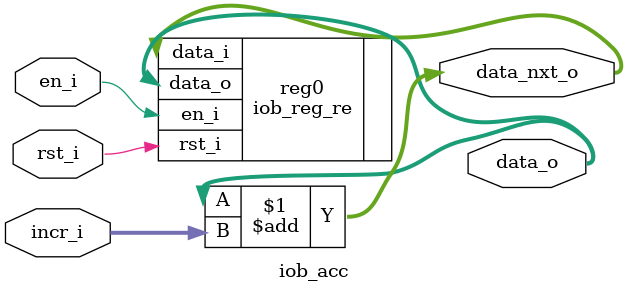
<source format=v>
`timescale 1ns / 1ps

module iob_acc #(
   parameter DATA_W  = 21,
   parameter RST_VAL = {DATA_W{1'b0}}
) (
   `include "clk_en_rst_s_port.vs"
   input rst_i,
   input en_i,
   input  [DATA_W-1:0] incr_i,
   output [DATA_W-1:0] data_o,
   output [DATA_W-1:0] data_nxt_o
);

   assign data_nxt_o = data_o + incr_i;

   iob_reg_re #(
      .DATA_W (DATA_W),
      .RST_VAL(RST_VAL)
   ) reg0 (
      `include "clk_en_rst_s_s_portmap.vs"
      .rst_i(rst_i),
      .en_i (en_i),
      .data_i(data_nxt_o),
      .data_o(data_o)
   );

endmodule

</source>
